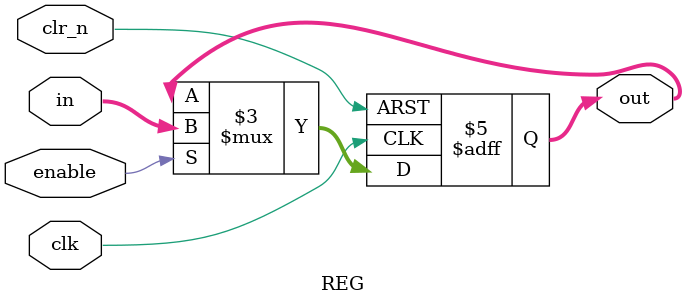
<source format=v>
module REG  ( input signed [3:0] in	,
				  input clk, clr_n, enable,
				  output reg signed [3:0] out );
				  
 always @ (posedge clk or negedge clr_n) begin
								

	if(clr_n == 1'b0)		// ativo baixo		
		out <= 4'd0;				
	else
		if(enable)
			out <= in;
 end


endmodule
</source>
